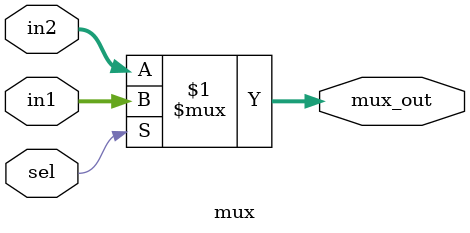
<source format=v>


module mux #(parameter WL = 4)
            (input sel,
            input [WL - 1:0] in1,in2,
            output [WL-1:0] mux_out);
    
   assign mux_out = sel ? in1 : in2; 

endmodule

</source>
